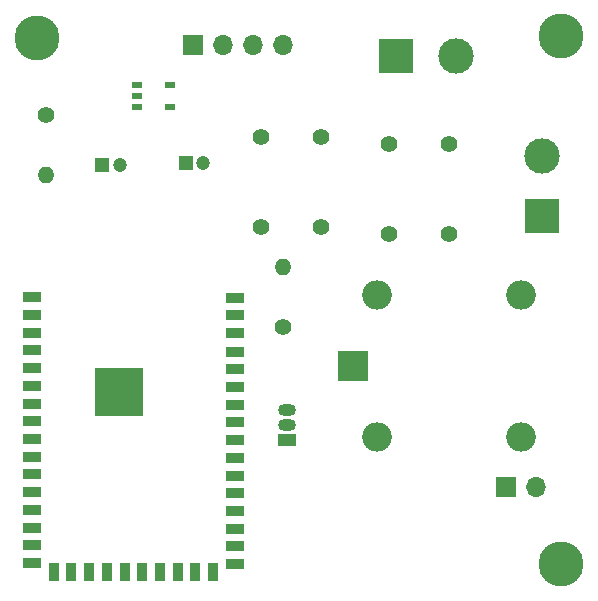
<source format=gbr>
%TF.GenerationSoftware,KiCad,Pcbnew,7.0.7*%
%TF.CreationDate,2024-06-16T14:46:00+02:00*%
%TF.ProjectId,Enchufe_inteligenteV2,456e6368-7566-4655-9f69-6e74656c6967,v1.1*%
%TF.SameCoordinates,Original*%
%TF.FileFunction,Soldermask,Top*%
%TF.FilePolarity,Negative*%
%FSLAX46Y46*%
G04 Gerber Fmt 4.6, Leading zero omitted, Abs format (unit mm)*
G04 Created by KiCad (PCBNEW 7.0.7) date 2024-06-16 14:46:00*
%MOMM*%
%LPD*%
G01*
G04 APERTURE LIST*
%ADD10R,1.500000X1.050000*%
%ADD11O,1.500000X1.050000*%
%ADD12R,2.500000X2.500000*%
%ADD13O,2.500000X2.500000*%
%ADD14R,0.952500X0.558800*%
%ADD15C,1.397000*%
%ADD16C,3.800000*%
%ADD17R,1.200000X1.200000*%
%ADD18C,1.200000*%
%ADD19C,1.400000*%
%ADD20O,1.400000X1.400000*%
%ADD21R,1.500000X0.900000*%
%ADD22R,0.900000X1.500000*%
%ADD23R,4.100000X4.100000*%
%ADD24R,3.000000X3.000000*%
%ADD25C,3.000000*%
%ADD26R,1.700000X1.700000*%
%ADD27O,1.700000X1.700000*%
G04 APERTURE END LIST*
D10*
%TO.C,NPN*%
X251010000Y-99860000D03*
D11*
X251010000Y-98590000D03*
X251010000Y-97320000D03*
%TD*%
D12*
%TO.C,Rele*%
X256610000Y-93575000D03*
D13*
X258610000Y-99575000D03*
X270810000Y-99575000D03*
X270810000Y-87575000D03*
X258610000Y-87575000D03*
%TD*%
D14*
%TO.C,Regulador*%
X238342050Y-69780200D03*
X238342050Y-70720000D03*
X238342050Y-71659800D03*
X241097950Y-71659800D03*
X241097950Y-69780200D03*
%TD*%
D15*
%TO.C,Reset*%
X259610000Y-82440000D03*
X259610000Y-74820000D03*
X264690000Y-82440000D03*
X264690000Y-74820000D03*
%TD*%
D16*
%TO.C,REF\u002A\u002A1*%
X274230000Y-65660000D03*
%TD*%
D17*
%TO.C,C2*%
X235370000Y-76540000D03*
D18*
X236870000Y-76540000D03*
%TD*%
D19*
%TO.C,RNPN*%
X230620000Y-72360000D03*
D20*
X230620000Y-77440000D03*
%TD*%
D16*
%TO.C,REF\u002A\u002A2*%
X229820000Y-65790000D03*
%TD*%
%TO.C,REF\u002A\u002A*%
X274200000Y-110360000D03*
%TD*%
D15*
%TO.C,Boot*%
X253900000Y-74220000D03*
X253900000Y-81840000D03*
X248820000Y-74220000D03*
X248820000Y-81840000D03*
%TD*%
D21*
%TO.C,U1*%
X229385000Y-87755000D03*
X229385000Y-89255000D03*
X229385000Y-90755000D03*
X229385000Y-92255000D03*
X229385000Y-93755000D03*
X229385000Y-95255000D03*
X229385000Y-96755000D03*
X229385000Y-98255000D03*
X229385000Y-99755000D03*
X229385000Y-101255000D03*
X229385000Y-102755000D03*
X229385000Y-104255000D03*
X229385000Y-105755000D03*
X229385000Y-107255000D03*
X229385000Y-108755000D03*
X229385000Y-110255000D03*
D22*
X231260000Y-111005000D03*
X232760000Y-111005000D03*
X234260000Y-111005000D03*
X235760000Y-111005000D03*
X237260000Y-111005000D03*
X238760000Y-111005000D03*
X240260000Y-111005000D03*
X241760000Y-111005000D03*
X243260000Y-111005000D03*
X244760000Y-111005000D03*
D21*
X246635000Y-110355000D03*
X246635000Y-108855000D03*
X246635000Y-107355000D03*
X246635000Y-105855000D03*
X246635000Y-104355000D03*
X246635000Y-102855000D03*
X246635000Y-101355000D03*
X246635000Y-99855000D03*
X246635000Y-98355000D03*
X246635000Y-96855000D03*
X246635000Y-95355000D03*
X246635000Y-93855000D03*
X246635000Y-92355000D03*
X246635000Y-90755000D03*
X246635000Y-89255000D03*
X246635000Y-87855000D03*
D23*
X236820000Y-95795000D03*
%TD*%
D24*
%TO.C,Entrada*%
X272570000Y-80910000D03*
D25*
X272570000Y-75830000D03*
%TD*%
D26*
%TO.C,LP*%
X269525000Y-103780000D03*
D27*
X272065000Y-103780000D03*
%TD*%
D17*
%TO.C,C1*%
X242430000Y-76420000D03*
D18*
X243930000Y-76420000D03*
%TD*%
D24*
%TO.C,Alimentacion5V*%
X260220000Y-67300000D03*
D25*
X265300000Y-67300000D03*
%TD*%
D26*
%TO.C,Uart*%
X243070000Y-66400000D03*
D27*
X245610000Y-66400000D03*
X248150000Y-66400000D03*
X250690000Y-66400000D03*
%TD*%
D19*
%TO.C,R1*%
X250640000Y-90300000D03*
D20*
X250640000Y-85220000D03*
%TD*%
M02*

</source>
